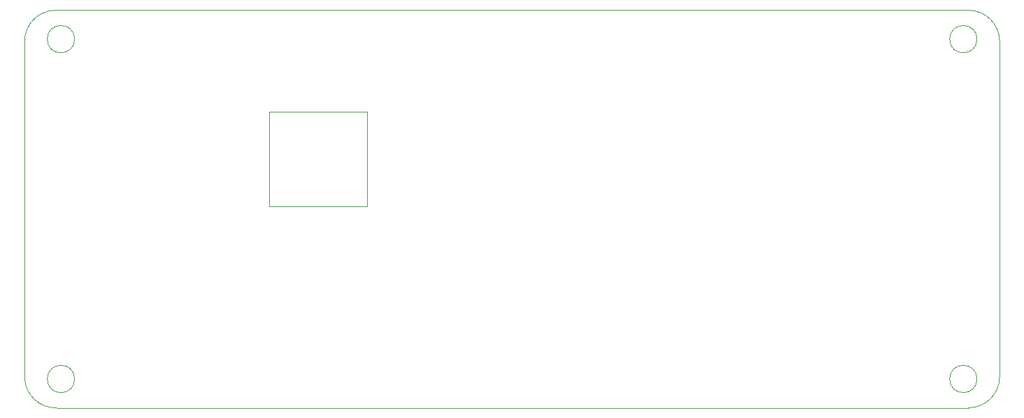
<source format=gbr>
%TF.GenerationSoftware,KiCad,Pcbnew,(5.1.9)-1*%
%TF.CreationDate,2022-01-10T15:28:03-07:00*%
%TF.ProjectId,KICAD_Front_Plate_01,4b494341-445f-4467-926f-6e745f506c61,rev?*%
%TF.SameCoordinates,Original*%
%TF.FileFunction,Profile,NP*%
%FSLAX46Y46*%
G04 Gerber Fmt 4.6, Leading zero omitted, Abs format (unit mm)*
G04 Created by KiCad (PCBNEW (5.1.9)-1) date 2022-01-10 15:28:03*
%MOMM*%
%LPD*%
G01*
G04 APERTURE LIST*
%TA.AperFunction,Profile*%
%ADD10C,0.050000*%
%TD*%
G04 APERTURE END LIST*
D10*
X31285000Y-25085000D02*
X43885000Y-25085000D01*
X31285000Y-12985000D02*
X31285000Y-25085000D01*
X0Y-4000000D02*
G75*
G02*
X4000000Y0I4000000J0D01*
G01*
X120800000Y0D02*
G75*
G02*
X124800000Y-4000000I0J-4000000D01*
G01*
X124800000Y-46900000D02*
G75*
G02*
X120800000Y-50900000I-4000000J0D01*
G01*
X43885000Y-12985000D02*
X43885000Y-25085000D01*
X0Y-4000000D02*
X0Y-47000000D01*
X31285000Y-12985000D02*
X43885000Y-12985000D01*
X4100000Y-50900000D02*
X120800000Y-50900000D01*
X124800000Y-46900000D02*
X124800000Y-4000000D01*
X4000000Y0D02*
X120800000Y0D01*
X121900000Y-47200000D02*
G75*
G03*
X121900000Y-47200000I-1750000J0D01*
G01*
X6400000Y-3700000D02*
G75*
G03*
X6400000Y-3700000I-1750000J0D01*
G01*
X4100000Y-50900000D02*
G75*
G02*
X0Y-47000000I-100000J4000000D01*
G01*
X121900000Y-3700000D02*
G75*
G03*
X121900000Y-3700000I-1750000J0D01*
G01*
X6400000Y-47200000D02*
G75*
G03*
X6400000Y-47200000I-1750000J0D01*
G01*
M02*

</source>
